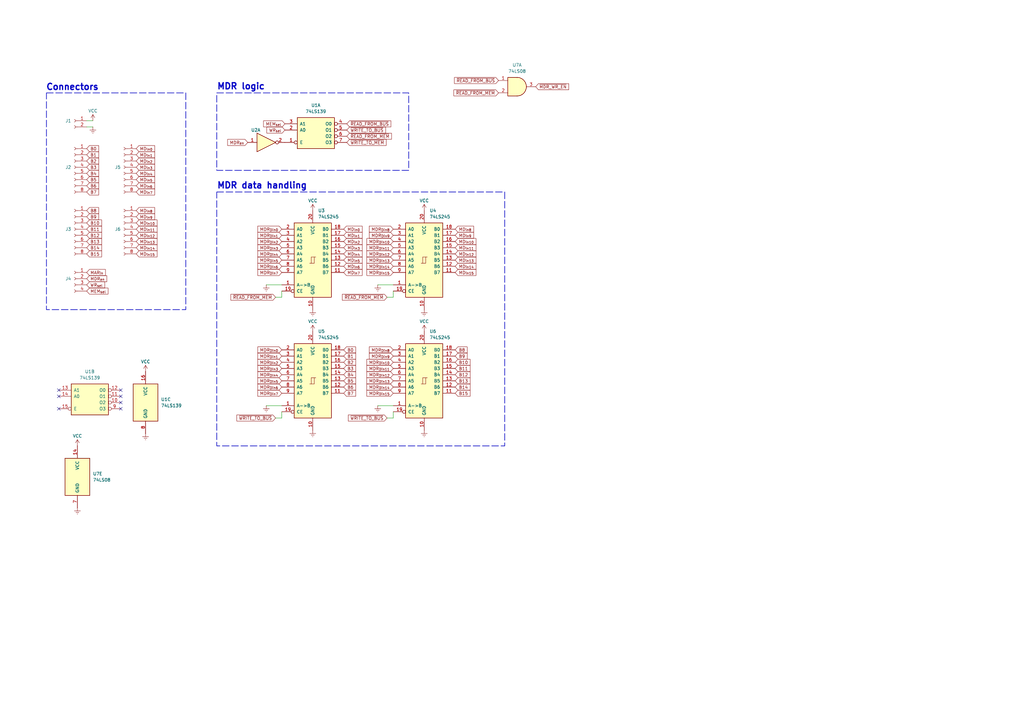
<source format=kicad_sch>
(kicad_sch (version 20231120) (generator "eeschema") (generator_version "8.0")
  (paper "A3")
  (lib_symbols
    (symbol "74xx:74LS04"
      (property "Reference" "U" (at 0 1.27 0))
      (property "Value" "74LS04" (at 0 -1.27 0))
      (symbol "74LS04_1_0"
        (polyline (pts (xy -3.81 3.81) (xy -3.81 -3.81) (xy 3.81 0) (xy -3.81 3.81)) (stroke (width 0.254)) (fill (type background)))
        (pin input line (at -7.62 0 0) (length 3.81) (name "~") (number "1"))
        (pin output inverted (at 7.62 0 180) (length 3.81) (name "~") (number "2"))
      )
      (symbol "74LS04_2_0"
        (polyline (pts (xy -3.81 3.81) (xy -3.81 -3.81) (xy 3.81 0) (xy -3.81 3.81)) (stroke (width 0.254)) (fill (type background)))
        (pin input line (at -7.62 0 0) (length 3.81) (name "~") (number "3"))
        (pin output inverted (at 7.62 0 180) (length 3.81) (name "~") (number "4"))
      )
      (symbol "74LS04_3_0"
        (polyline (pts (xy -3.81 3.81) (xy -3.81 -3.81) (xy 3.81 0) (xy -3.81 3.81)) (stroke (width 0.254)) (fill (type background)))
        (pin input line (at -7.62 0 0) (length 3.81) (name "~") (number "5"))
        (pin output inverted (at 7.62 0 180) (length 3.81) (name "~") (number "6"))
      )
      (symbol "74LS04_4_0"
        (polyline (pts (xy -3.81 3.81) (xy -3.81 -3.81) (xy 3.81 0) (xy -3.81 3.81)) (stroke (width 0.254)) (fill (type background)))
        (pin output inverted (at 7.62 0 180) (length 3.81) (name "~") (number "8"))
        (pin input line (at -7.62 0 0) (length 3.81) (name "~") (number "9"))
      )
      (symbol "74LS04_5_0"
        (polyline (pts (xy -3.81 3.81) (xy -3.81 -3.81) (xy 3.81 0) (xy -3.81 3.81)) (stroke (width 0.254)) (fill (type background)))
        (pin output inverted (at 7.62 0 180) (length 3.81) (name "~") (number "10"))
        (pin input line (at -7.62 0 0) (length 3.81) (name "~") (number "11"))
      )
      (symbol "74LS04_6_0"
        (polyline (pts (xy -3.81 3.81) (xy -3.81 -3.81) (xy 3.81 0) (xy -3.81 3.81)) (stroke (width 0.254)) (fill (type background)))
        (pin output inverted (at 7.62 0 180) (length 3.81) (name "~") (number "12"))
        (pin input line (at -7.62 0 0) (length 3.81) (name "~") (number "13"))
      )
      (symbol "74LS04_7_0"
        (pin power_in line (at 0 12.7 270) (length 5.08) (name "VCC") (number "14"))
        (pin power_in line (at 0 -12.7 90) (length 5.08) (name "GND") (number "7"))
      )
      (symbol "74LS04_7_1"
        (rectangle (start -5.08 7.62) (end 5.08 -7.62) (stroke (width 0.254)) (fill (type background)))
      )
    )
    (symbol "74xx:74LS08" (pin_names (offset 1.016))
      (property "Reference" "U" (at 0 1.27 0))
      (property "Value" "74LS08" (at 0 -1.27 0))
      (symbol "74LS08_1_1"
        (arc (start 0 -3.81) (mid 3.7934 0) (end 0 3.81) (stroke (width 0.254)) (fill (type background)))
        (polyline (pts (xy 0 3.81) (xy -3.81 3.81) (xy -3.81 -3.81) (xy 0 -3.81)) (stroke (width 0.254)) (fill (type background)))
        (pin input line (at -7.62 2.54 0) (length 3.81) (name "~") (number "1"))
        (pin input line (at -7.62 -2.54 0) (length 3.81) (name "~") (number "2"))
        (pin output line (at 7.62 0 180) (length 3.81) (name "~") (number "3"))
      )
      (symbol "74LS08_1_2"
        (arc (start -3.81 -3.81) (mid -2.589 0) (end -3.81 3.81) (stroke (width 0.254)))
        (arc (start -0.6096 -3.81) (mid 2.1842 -2.5851) (end 3.81 0) (stroke (width 0.254)) (fill (type background)))
        (polyline (pts (xy -3.81 -3.81) (xy -0.635 -3.81)) (stroke (width 0.254)) (fill (type background)))
        (polyline (pts (xy -3.81 3.81) (xy -0.635 3.81)) (stroke (width 0.254)) (fill (type background)))
        (polyline (pts (xy -0.635 3.81) (xy -3.81 3.81) (xy -3.81 3.81) (xy -3.556 3.4036) (xy -3.0226 2.2606) (xy -2.6924 1.0414) (xy -2.6162 -0.254) (xy -2.7686 -1.4986) (xy -3.175 -2.7178) (xy -3.81 -3.81) (xy -3.81 -3.81) (xy -0.635 -3.81)) (stroke (width -25.4)) (fill (type background)))
        (arc (start 3.81 0) (mid 2.1915 2.5936) (end -0.6096 3.81) (stroke (width 0.254)) (fill (type background)))
        (pin input inverted (at -7.62 2.54 0) (length 4.318) (name "~") (number "1"))
        (pin input inverted (at -7.62 -2.54 0) (length 4.318) (name "~") (number "2"))
        (pin output inverted (at 7.62 0 180) (length 3.81) (name "~") (number "3"))
      )
      (symbol "74LS08_2_1"
        (arc (start 0 -3.81) (mid 3.7934 0) (end 0 3.81) (stroke (width 0.254)) (fill (type background)))
        (polyline (pts (xy 0 3.81) (xy -3.81 3.81) (xy -3.81 -3.81) (xy 0 -3.81)) (stroke (width 0.254)) (fill (type background)))
        (pin input line (at -7.62 2.54 0) (length 3.81) (name "~") (number "4"))
        (pin input line (at -7.62 -2.54 0) (length 3.81) (name "~") (number "5"))
        (pin output line (at 7.62 0 180) (length 3.81) (name "~") (number "6"))
      )
      (symbol "74LS08_2_2"
        (arc (start -3.81 -3.81) (mid -2.589 0) (end -3.81 3.81) (stroke (width 0.254)))
        (arc (start -0.6096 -3.81) (mid 2.1842 -2.5851) (end 3.81 0) (stroke (width 0.254)) (fill (type background)))
        (polyline (pts (xy -3.81 -3.81) (xy -0.635 -3.81)) (stroke (width 0.254)) (fill (type background)))
        (polyline (pts (xy -3.81 3.81) (xy -0.635 3.81)) (stroke (width 0.254)) (fill (type background)))
        (polyline (pts (xy -0.635 3.81) (xy -3.81 3.81) (xy -3.81 3.81) (xy -3.556 3.4036) (xy -3.0226 2.2606) (xy -2.6924 1.0414) (xy -2.6162 -0.254) (xy -2.7686 -1.4986) (xy -3.175 -2.7178) (xy -3.81 -3.81) (xy -3.81 -3.81) (xy -0.635 -3.81)) (stroke (width -25.4)) (fill (type background)))
        (arc (start 3.81 0) (mid 2.1915 2.5936) (end -0.6096 3.81) (stroke (width 0.254)) (fill (type background)))
        (pin input inverted (at -7.62 2.54 0) (length 4.318) (name "~") (number "4"))
        (pin input inverted (at -7.62 -2.54 0) (length 4.318) (name "~") (number "5"))
        (pin output inverted (at 7.62 0 180) (length 3.81) (name "~") (number "6"))
      )
      (symbol "74LS08_3_1"
        (arc (start 0 -3.81) (mid 3.7934 0) (end 0 3.81) (stroke (width 0.254)) (fill (type background)))
        (polyline (pts (xy 0 3.81) (xy -3.81 3.81) (xy -3.81 -3.81) (xy 0 -3.81)) (stroke (width 0.254)) (fill (type background)))
        (pin input line (at -7.62 -2.54 0) (length 3.81) (name "~") (number "10"))
        (pin output line (at 7.62 0 180) (length 3.81) (name "~") (number "8"))
        (pin input line (at -7.62 2.54 0) (length 3.81) (name "~") (number "9"))
      )
      (symbol "74LS08_3_2"
        (arc (start -3.81 -3.81) (mid -2.589 0) (end -3.81 3.81) (stroke (width 0.254)))
        (arc (start -0.6096 -3.81) (mid 2.1842 -2.5851) (end 3.81 0) (stroke (width 0.254)) (fill (type background)))
        (polyline (pts (xy -3.81 -3.81) (xy -0.635 -3.81)) (stroke (width 0.254)) (fill (type background)))
        (polyline (pts (xy -3.81 3.81) (xy -0.635 3.81)) (stroke (width 0.254)) (fill (type background)))
        (polyline (pts (xy -0.635 3.81) (xy -3.81 3.81) (xy -3.81 3.81) (xy -3.556 3.4036) (xy -3.0226 2.2606) (xy -2.6924 1.0414) (xy -2.6162 -0.254) (xy -2.7686 -1.4986) (xy -3.175 -2.7178) (xy -3.81 -3.81) (xy -3.81 -3.81) (xy -0.635 -3.81)) (stroke (width -25.4)) (fill (type background)))
        (arc (start 3.81 0) (mid 2.1915 2.5936) (end -0.6096 3.81) (stroke (width 0.254)) (fill (type background)))
        (pin input inverted (at -7.62 -2.54 0) (length 4.318) (name "~") (number "10"))
        (pin output inverted (at 7.62 0 180) (length 3.81) (name "~") (number "8"))
        (pin input inverted (at -7.62 2.54 0) (length 4.318) (name "~") (number "9"))
      )
      (symbol "74LS08_4_1"
        (arc (start 0 -3.81) (mid 3.7934 0) (end 0 3.81) (stroke (width 0.254)) (fill (type background)))
        (polyline (pts (xy 0 3.81) (xy -3.81 3.81) (xy -3.81 -3.81) (xy 0 -3.81)) (stroke (width 0.254)) (fill (type background)))
        (pin output line (at 7.62 0 180) (length 3.81) (name "~") (number "11"))
        (pin input line (at -7.62 2.54 0) (length 3.81) (name "~") (number "12"))
        (pin input line (at -7.62 -2.54 0) (length 3.81) (name "~") (number "13"))
      )
      (symbol "74LS08_4_2"
        (arc (start -3.81 -3.81) (mid -2.589 0) (end -3.81 3.81) (stroke (width 0.254)))
        (arc (start -0.6096 -3.81) (mid 2.1842 -2.5851) (end 3.81 0) (stroke (width 0.254)) (fill (type background)))
        (polyline (pts (xy -3.81 -3.81) (xy -0.635 -3.81)) (stroke (width 0.254)) (fill (type background)))
        (polyline (pts (xy -3.81 3.81) (xy -0.635 3.81)) (stroke (width 0.254)) (fill (type background)))
        (polyline (pts (xy -0.635 3.81) (xy -3.81 3.81) (xy -3.81 3.81) (xy -3.556 3.4036) (xy -3.0226 2.2606) (xy -2.6924 1.0414) (xy -2.6162 -0.254) (xy -2.7686 -1.4986) (xy -3.175 -2.7178) (xy -3.81 -3.81) (xy -3.81 -3.81) (xy -0.635 -3.81)) (stroke (width -25.4)) (fill (type background)))
        (arc (start 3.81 0) (mid 2.1915 2.5936) (end -0.6096 3.81) (stroke (width 0.254)) (fill (type background)))
        (pin output inverted (at 7.62 0 180) (length 3.81) (name "~") (number "11"))
        (pin input inverted (at -7.62 2.54 0) (length 4.318) (name "~") (number "12"))
        (pin input inverted (at -7.62 -2.54 0) (length 4.318) (name "~") (number "13"))
      )
      (symbol "74LS08_5_0"
        (pin power_in line (at 0 12.7 270) (length 5.08) (name "VCC") (number "14"))
        (pin power_in line (at 0 -12.7 90) (length 5.08) (name "GND") (number "7"))
      )
      (symbol "74LS08_5_1"
        (rectangle (start -5.08 7.62) (end 5.08 -7.62) (stroke (width 0.254)) (fill (type background)))
      )
    )
    (symbol "74xx:74LS139" (pin_names (offset 1.016))
      (property "Reference" "U" (at -7.62 8.89 0))
      (property "Value" "74LS139" (at -7.62 -8.89 0))
      (symbol "74LS139_1_0"
        (pin input inverted (at -12.7 -5.08 0) (length 5.08) (name "E") (number "1"))
        (pin input line (at -12.7 0 0) (length 5.08) (name "A0") (number "2"))
        (pin input line (at -12.7 2.54 0) (length 5.08) (name "A1") (number "3"))
        (pin output inverted (at 12.7 2.54 180) (length 5.08) (name "O0") (number "4"))
        (pin output inverted (at 12.7 0 180) (length 5.08) (name "O1") (number "5"))
        (pin output inverted (at 12.7 -2.54 180) (length 5.08) (name "O2") (number "6"))
        (pin output inverted (at 12.7 -5.08 180) (length 5.08) (name "O3") (number "7"))
      )
      (symbol "74LS139_1_1"
        (rectangle (start -7.62 5.08) (end 7.62 -7.62) (stroke (width 0.254)) (fill (type background)))
      )
      (symbol "74LS139_2_0"
        (pin output inverted (at 12.7 -2.54 180) (length 5.08) (name "O2") (number "10"))
        (pin output inverted (at 12.7 0 180) (length 5.08) (name "O1") (number "11"))
        (pin output inverted (at 12.7 2.54 180) (length 5.08) (name "O0") (number "12"))
        (pin input line (at -12.7 2.54 0) (length 5.08) (name "A1") (number "13"))
        (pin input line (at -12.7 0 0) (length 5.08) (name "A0") (number "14"))
        (pin input inverted (at -12.7 -5.08 0) (length 5.08) (name "E") (number "15"))
        (pin output inverted (at 12.7 -5.08 180) (length 5.08) (name "O3") (number "9"))
      )
      (symbol "74LS139_2_1"
        (rectangle (start -7.62 5.08) (end 7.62 -7.62) (stroke (width 0.254)) (fill (type background)))
      )
      (symbol "74LS139_3_0"
        (pin power_in line (at 0 12.7 270) (length 5.08) (name "VCC") (number "16"))
        (pin power_in line (at 0 -12.7 90) (length 5.08) (name "GND") (number "8"))
      )
      (symbol "74LS139_3_1"
        (rectangle (start -5.08 7.62) (end 5.08 -7.62) (stroke (width 0.254)) (fill (type background)))
      )
    )
    (symbol "74xx:74LS245" (pin_names (offset 1.016))
      (property "Reference" "U" (at -7.62 16.51 0))
      (property "Value" "74LS245" (at -7.62 -16.51 0))
      (symbol "74LS245_1_0"
        (polyline (pts (xy -0.635 -1.27) (xy -0.635 1.27) (xy 0.635 1.27)))
        (polyline (pts (xy -1.27 -1.27) (xy 0.635 -1.27) (xy 0.635 1.27) (xy 1.27 1.27)))
        (pin input line (at -12.7 -10.16 0) (length 5.08) (name "A->B") (number "1"))
        (pin power_in line (at 0 -20.32 90) (length 5.08) (name "GND") (number "10"))
        (pin tri_state line (at 12.7 -5.08 180) (length 5.08) (name "B7") (number "11"))
        (pin tri_state line (at 12.7 -2.54 180) (length 5.08) (name "B6") (number "12"))
        (pin tri_state line (at 12.7 0 180) (length 5.08) (name "B5") (number "13"))
        (pin tri_state line (at 12.7 2.54 180) (length 5.08) (name "B4") (number "14"))
        (pin tri_state line (at 12.7 5.08 180) (length 5.08) (name "B3") (number "15"))
        (pin tri_state line (at 12.7 7.62 180) (length 5.08) (name "B2") (number "16"))
        (pin tri_state line (at 12.7 10.16 180) (length 5.08) (name "B1") (number "17"))
        (pin tri_state line (at 12.7 12.7 180) (length 5.08) (name "B0") (number "18"))
        (pin input inverted (at -12.7 -12.7 0) (length 5.08) (name "CE") (number "19"))
        (pin tri_state line (at -12.7 12.7 0) (length 5.08) (name "A0") (number "2"))
        (pin power_in line (at 0 20.32 270) (length 5.08) (name "VCC") (number "20"))
        (pin tri_state line (at -12.7 10.16 0) (length 5.08) (name "A1") (number "3"))
        (pin tri_state line (at -12.7 7.62 0) (length 5.08) (name "A2") (number "4"))
        (pin tri_state line (at -12.7 5.08 0) (length 5.08) (name "A3") (number "5"))
        (pin tri_state line (at -12.7 2.54 0) (length 5.08) (name "A4") (number "6"))
        (pin tri_state line (at -12.7 0 0) (length 5.08) (name "A5") (number "7"))
        (pin tri_state line (at -12.7 -2.54 0) (length 5.08) (name "A6") (number "8"))
        (pin tri_state line (at -12.7 -5.08 0) (length 5.08) (name "A7") (number "9"))
      )
      (symbol "74LS245_1_1"
        (rectangle (start -7.62 15.24) (end 7.62 -15.24) (stroke (width 0.254)) (fill (type background)))
      )
    )
    (symbol "Connector:Conn_01x02_Socket" (pin_names (offset 1.016) hide)
      (property "Reference" "J" (at 0 2.54 0))
      (property "Value" "Conn_01x02_Socket" (at 0 -5.08 0))
      (symbol "Conn_01x02_Socket_1_1"
        (arc (start 0 -2.032) (mid -0.5058 -2.54) (end 0 -3.048) (stroke (width 0.1524)))
        (polyline (pts (xy -1.27 -2.54) (xy -0.508 -2.54)) (stroke (width 0.1524)))
        (polyline (pts (xy -1.27 0) (xy -0.508 0)) (stroke (width 0.1524)))
        (arc (start 0 0.508) (mid -0.5058 0) (end 0 -0.508) (stroke (width 0.1524)))
        (pin passive line (at -5.08 0 0) (length 3.81) (name "Pin_1") (number "1"))
        (pin passive line (at -5.08 -2.54 0) (length 3.81) (name "Pin_2") (number "2"))
      )
    )
    (symbol "Connector:Conn_01x04_Socket" (pin_names (offset 1.016) hide)
      (property "Reference" "J" (at 0 5.08 0))
      (property "Value" "Conn_01x04_Socket" (at 0 -7.62 0))
      (symbol "Conn_01x04_Socket_1_1"
        (arc (start 0 -4.572) (mid -0.5058 -5.08) (end 0 -5.588) (stroke (width 0.1524)))
        (arc (start 0 -2.032) (mid -0.5058 -2.54) (end 0 -3.048) (stroke (width 0.1524)))
        (polyline (pts (xy -1.27 -5.08) (xy -0.508 -5.08)) (stroke (width 0.1524)))
        (polyline (pts (xy -1.27 -2.54) (xy -0.508 -2.54)) (stroke (width 0.1524)))
        (polyline (pts (xy -1.27 0) (xy -0.508 0)) (stroke (width 0.1524)))
        (polyline (pts (xy -1.27 2.54) (xy -0.508 2.54)) (stroke (width 0.1524)))
        (arc (start 0 0.508) (mid -0.5058 0) (end 0 -0.508) (stroke (width 0.1524)))
        (arc (start 0 3.048) (mid -0.5058 2.54) (end 0 2.032) (stroke (width 0.1524)))
        (pin passive line (at -5.08 2.54 0) (length 3.81) (name "Pin_1") (number "1"))
        (pin passive line (at -5.08 0 0) (length 3.81) (name "Pin_2") (number "2"))
        (pin passive line (at -5.08 -2.54 0) (length 3.81) (name "Pin_3") (number "3"))
        (pin passive line (at -5.08 -5.08 0) (length 3.81) (name "Pin_4") (number "4"))
      )
    )
    (symbol "Connector:Conn_01x08_Socket" (pin_names (offset 1.016) hide)
      (property "Reference" "J" (at 0 10.16 0))
      (property "Value" "Conn_01x08_Socket" (at 0 -12.7 0))
      (symbol "Conn_01x08_Socket_1_1"
        (arc (start 0 -9.652) (mid -0.5058 -10.16) (end 0 -10.668) (stroke (width 0.1524)))
        (arc (start 0 -7.112) (mid -0.5058 -7.62) (end 0 -8.128) (stroke (width 0.1524)))
        (arc (start 0 -4.572) (mid -0.5058 -5.08) (end 0 -5.588) (stroke (width 0.1524)))
        (arc (start 0 -2.032) (mid -0.5058 -2.54) (end 0 -3.048) (stroke (width 0.1524)))
        (polyline (pts (xy -1.27 -10.16) (xy -0.508 -10.16)) (stroke (width 0.1524)))
        (polyline (pts (xy -1.27 -7.62) (xy -0.508 -7.62)) (stroke (width 0.1524)))
        (polyline (pts (xy -1.27 -5.08) (xy -0.508 -5.08)) (stroke (width 0.1524)))
        (polyline (pts (xy -1.27 -2.54) (xy -0.508 -2.54)) (stroke (width 0.1524)))
        (polyline (pts (xy -1.27 0) (xy -0.508 0)) (stroke (width 0.1524)))
        (polyline (pts (xy -1.27 2.54) (xy -0.508 2.54)) (stroke (width 0.1524)))
        (polyline (pts (xy -1.27 5.08) (xy -0.508 5.08)) (stroke (width 0.1524)))
        (polyline (pts (xy -1.27 7.62) (xy -0.508 7.62)) (stroke (width 0.1524)))
        (arc (start 0 0.508) (mid -0.5058 0) (end 0 -0.508) (stroke (width 0.1524)))
        (arc (start 0 3.048) (mid -0.5058 2.54) (end 0 2.032) (stroke (width 0.1524)))
        (arc (start 0 5.588) (mid -0.5058 5.08) (end 0 4.572) (stroke (width 0.1524)))
        (arc (start 0 8.128) (mid -0.5058 7.62) (end 0 7.112) (stroke (width 0.1524)))
        (pin passive line (at -5.08 7.62 0) (length 3.81) (name "Pin_1") (number "1"))
        (pin passive line (at -5.08 5.08 0) (length 3.81) (name "Pin_2") (number "2"))
        (pin passive line (at -5.08 2.54 0) (length 3.81) (name "Pin_3") (number "3"))
        (pin passive line (at -5.08 0 0) (length 3.81) (name "Pin_4") (number "4"))
        (pin passive line (at -5.08 -2.54 0) (length 3.81) (name "Pin_5") (number "5"))
        (pin passive line (at -5.08 -5.08 0) (length 3.81) (name "Pin_6") (number "6"))
        (pin passive line (at -5.08 -7.62 0) (length 3.81) (name "Pin_7") (number "7"))
        (pin passive line (at -5.08 -10.16 0) (length 3.81) (name "Pin_8") (number "8"))
      )
    )
    (symbol "power:Earth" (power) (pin_numbers hide) (pin_names (offset 0) hide)
      (property "Value" "Earth" (at 0 -3.81 0))
      (symbol "Earth_0_1"
        (polyline (pts (xy -0.635 -1.905) (xy 0.635 -1.905)))
        (polyline (pts (xy -0.127 -2.54) (xy 0.127 -2.54)))
        (polyline (pts (xy 0 -1.27) (xy 0 0)))
        (polyline (pts (xy 1.27 -1.27) (xy -1.27 -1.27)))
      )
      (symbol "Earth_1_1"
        (pin power_in line (at 0 0 270) (length 0) (name "~") (number "1"))
      )
    )
    (symbol "power:VCC" (power) (pin_numbers hide) (pin_names (offset 0) hide)
      (property "Value" "VCC" (at 0 3.556 0))
      (symbol "VCC_0_1"
        (polyline (pts (xy -0.762 1.27) (xy 0 2.54)))
        (polyline (pts (xy 0 0) (xy 0 2.54)))
        (polyline (pts (xy 0 2.54) (xy 0.762 1.27)))
      )
      (symbol "VCC_1_1"
        (pin power_in line (at 0 0 90) (length 0) (name "~") (number "1"))
      )
    )
  )
  (no_connect (at 49.53 160.02))
  (no_connect (at 49.53 165.1))
  (no_connect (at 24.13 160.02))
  (no_connect (at 24.13 167.64))
  (no_connect (at 49.53 167.64))
  (no_connect (at 24.13 162.56))
  (no_connect (at 49.53 162.56))
  (wire (pts (xy 109.22 166.37) (xy 115.57 166.37)))
  (wire (pts (xy 161.29 121.92) (xy 161.29 119.38)))
  (wire (pts (xy 154.94 166.37) (xy 161.29 166.37)))
  (wire (pts (xy 158.75 171.45) (xy 161.29 171.45)))
  (wire (pts (xy 113.03 121.92) (xy 115.57 121.92)))
  (wire (pts (xy 161.29 171.45) (xy 161.29 168.91)))
  (wire (pts (xy 38.1 49.53) (xy 35.56 49.53)))
  (wire (pts (xy 115.57 121.92) (xy 115.57 119.38)))
  (wire (pts (xy 109.22 116.84) (xy 115.57 116.84)))
  (wire (pts (xy 115.57 171.45) (xy 115.57 168.91)))
  (wire (pts (xy 113.03 171.45) (xy 115.57 171.45)))
  (wire (pts (xy 38.1 52.07) (xy 35.56 52.07)))
  (wire (pts (xy 154.94 116.84) (xy 161.29 116.84)))
  (wire (pts (xy 158.75 121.92) (xy 161.29 121.92)))
  (rectangle (start 88.9 38.1) (end 167.64 69.85) (stroke (width 0.254) (type dash)))
  (rectangle (start 88.9 78.74) (end 207.01 182.88) (stroke (width 0.254) (type dash)))
  (rectangle (start 19.05 38.1) (end 76.2 127) (stroke (width 0.254) (type dash)))
  (text "Connectors\n" (at 18.796 35.814 0) (effects (font (size 2.54 2.54) (thickness 0.508) (bold yes)) (justify left)))
  (text "MDR logic" (at 88.9 35.56 0) (effects (font (size 2.54 2.54) (thickness 0.508) (bold yes)) (justify left)))
  (text "MDR data handling" (at 88.9 76.2 0) (effects (font (size 2.54 2.54) (thickness 0.508) (bold yes)) (justify left)))
  (global_label "MD_{in1}" (shape input) (at 140.97 96.52 0) (property "Intersheetrefs" "${INTERSHEET_REFS}" (effects (hide yes))))
  (global_label "MD_{in8}" (shape input) (at 186.69 93.98 0) (property "Intersheetrefs" "${INTERSHEET_REFS}" (effects (hide yes))))
  (global_label "B9" (shape input) (at 186.69 146.05 0) (property "Intersheetrefs" "${INTERSHEET_REFS}" (effects (hide yes))))
  (global_label "MD_{in5}" (shape input) (at 55.88 73.66 0) (property "Intersheetrefs" "${INTERSHEET_REFS}" (effects (hide yes))))
  (global_label "MDR_{Din13}" (shape input) (at 161.29 156.21 180) (property "Intersheetrefs" "${INTERSHEET_REFS}" (effects (hide yes))))
  (global_label "MD_{in12}" (shape input) (at 186.69 104.14 0) (property "Intersheetrefs" "${INTERSHEET_REFS}" (effects (hide yes))))
  (global_label "B7" (shape input) (at 140.97 161.29 0) (property "Intersheetrefs" "${INTERSHEET_REFS}" (effects (hide yes))))
  (global_label "B11" (shape input) (at 186.69 151.13 0) (property "Intersheetrefs" "${INTERSHEET_REFS}" (effects (hide yes))))
  (global_label "MDR_{Din7}" (shape input) (at 115.57 111.76 180) (property "Intersheetrefs" "${INTERSHEET_REFS}" (effects (hide yes))))
  (global_label "MD_{in12}" (shape input) (at 55.88 96.52 0) (property "Intersheetrefs" "${INTERSHEET_REFS}" (effects (hide yes))))
  (global_label "MDR_{Din5}" (shape input) (at 115.57 106.68 180) (property "Intersheetrefs" "${INTERSHEET_REFS}" (effects (hide yes))))
  (global_label "B1" (shape input) (at 140.97 146.05 0) (property "Intersheetrefs" "${INTERSHEET_REFS}" (effects (hide yes))))
  (global_label "MDR_{Din1}" (shape input) (at 115.57 146.05 180) (property "Intersheetrefs" "${INTERSHEET_REFS}" (effects (hide yes))))
  (global_label "MD_{in3}" (shape input) (at 140.97 101.6 0) (property "Intersheetrefs" "${INTERSHEET_REFS}" (effects (hide yes))))
  (global_label "MD_{in13}" (shape input) (at 55.88 99.06 0) (property "Intersheetrefs" "${INTERSHEET_REFS}" (effects (hide yes))))
  (global_label "B5" (shape input) (at 140.97 156.21 0) (property "Intersheetrefs" "${INTERSHEET_REFS}" (effects (hide yes))))
  (global_label "B14" (shape input) (at 35.56 101.6 0) (property "Intersheetrefs" "${INTERSHEET_REFS}" (effects (hide yes))))
  (global_label "~{READ_FROM_MEM}" (shape input) (at 113.03 121.92 180) (property "Intersheetrefs" "${INTERSHEET_REFS}" (effects (hide yes))))
  (global_label "MD_{in0}" (shape input) (at 55.88 60.96 0) (property "Intersheetrefs" "${INTERSHEET_REFS}" (effects (hide yes))))
  (global_label "MD_{in2}" (shape input) (at 55.88 66.04 0) (property "Intersheetrefs" "${INTERSHEET_REFS}" (effects (hide yes))))
  (global_label "B10" (shape input) (at 35.56 91.44 0) (property "Intersheetrefs" "${INTERSHEET_REFS}" (effects (hide yes))))
  (global_label "MD_{in14}" (shape input) (at 55.88 101.6 0) (property "Intersheetrefs" "${INTERSHEET_REFS}" (effects (hide yes))))
  (global_label "MEM_{sel}" (shape input) (at 35.56 119.38 0) (property "Intersheetrefs" "${INTERSHEET_REFS}" (effects (hide yes))))
  (global_label "MDR_{Din2}" (shape input) (at 115.57 99.06 180) (property "Intersheetrefs" "${INTERSHEET_REFS}" (effects (hide yes))))
  (global_label "MDR_{Din12}" (shape input) (at 161.29 104.14 180) (property "Intersheetrefs" "${INTERSHEET_REFS}" (effects (hide yes))))
  (global_label "MDR_{Din13}" (shape input) (at 161.29 106.68 180) (property "Intersheetrefs" "${INTERSHEET_REFS}" (effects (hide yes))))
  (global_label "MDR_{Din6}" (shape input) (at 115.57 158.75 180) (property "Intersheetrefs" "${INTERSHEET_REFS}" (effects (hide yes))))
  (global_label "B2" (shape input) (at 140.97 148.59 0) (property "Intersheetrefs" "${INTERSHEET_REFS}" (effects (hide yes))))
  (global_label "B14" (shape input) (at 186.69 158.75 0) (property "Intersheetrefs" "${INTERSHEET_REFS}" (effects (hide yes))))
  (global_label "B13" (shape input) (at 35.56 99.06 0) (property "Intersheetrefs" "${INTERSHEET_REFS}" (effects (hide yes))))
  (global_label "B15" (shape input) (at 186.69 161.29 0) (property "Intersheetrefs" "${INTERSHEET_REFS}" (effects (hide yes))))
  (global_label "MDR_{Din11}" (shape input) (at 161.29 101.6 180) (property "Intersheetrefs" "${INTERSHEET_REFS}" (effects (hide yes))))
  (global_label "MDR_{Din15}" (shape input) (at 161.29 161.29 180) (property "Intersheetrefs" "${INTERSHEET_REFS}" (effects (hide yes))))
  (global_label "MDR_{Din12}" (shape input) (at 161.29 153.67 180) (property "Intersheetrefs" "${INTERSHEET_REFS}" (effects (hide yes))))
  (global_label "~{MDR_WR_EN}" (shape input) (at 219.71 35.56 0) (property "Intersheetrefs" "${INTERSHEET_REFS}" (effects (hide yes))))
  (global_label "MDR_{Din2}" (shape input) (at 115.57 148.59 180) (property "Intersheetrefs" "${INTERSHEET_REFS}" (effects (hide yes))))
  (global_label "B2" (shape input) (at 35.56 66.04 0) (property "Intersheetrefs" "${INTERSHEET_REFS}" (effects (hide yes))))
  (global_label "~{READ_FROM_MEM}" (shape input) (at 158.75 121.92 180) (property "Intersheetrefs" "${INTERSHEET_REFS}" (effects (hide yes))))
  (global_label "MEM_{sel}" (shape input) (at 116.84 50.8 180) (property "Intersheetrefs" "${INTERSHEET_REFS}" (effects (hide yes))))
  (global_label "MD_{in14}" (shape input) (at 186.69 109.22 0) (property "Intersheetrefs" "${INTERSHEET_REFS}" (effects (hide yes))))
  (global_label "B9" (shape input) (at 35.56 88.9 0) (property "Intersheetrefs" "${INTERSHEET_REFS}" (effects (hide yes))))
  (global_label "WR_{sel}" (shape input) (at 116.84 53.34 180) (property "Intersheetrefs" "${INTERSHEET_REFS}" (effects (hide yes))))
  (global_label "MDR_{Din4}" (shape input) (at 115.57 153.67 180) (property "Intersheetrefs" "${INTERSHEET_REFS}" (effects (hide yes))))
  (global_label "MD_{in6}" (shape input) (at 55.88 76.2 0) (property "Intersheetrefs" "${INTERSHEET_REFS}" (effects (hide yes))))
  (global_label "MD_{in7}" (shape input) (at 140.97 111.76 0) (property "Intersheetrefs" "${INTERSHEET_REFS}" (effects (hide yes))))
  (global_label "MD_{in6}" (shape input) (at 140.97 109.22 0) (property "Intersheetrefs" "${INTERSHEET_REFS}" (effects (hide yes))))
  (global_label "B13" (shape input) (at 186.69 156.21 0) (property "Intersheetrefs" "${INTERSHEET_REFS}" (effects (hide yes))))
  (global_label "MDR_{Din8}" (shape input) (at 161.29 93.98 180) (property "Intersheetrefs" "${INTERSHEET_REFS}" (effects (hide yes))))
  (global_label "MD_{in3}" (shape input) (at 55.88 68.58 0) (property "Intersheetrefs" "${INTERSHEET_REFS}" (effects (hide yes))))
  (global_label "B10" (shape input) (at 186.69 148.59 0) (property "Intersheetrefs" "${INTERSHEET_REFS}" (effects (hide yes))))
  (global_label "~{READ_FROM_BUS}" (shape input) (at 142.24 50.8 0) (property "Intersheetrefs" "${INTERSHEET_REFS}" (effects (hide yes))))
  (global_label "MDR_{Din3}" (shape input) (at 115.57 151.13 180) (property "Intersheetrefs" "${INTERSHEET_REFS}" (effects (hide yes))))
  (global_label "B1" (shape input) (at 35.56 63.5 0) (property "Intersheetrefs" "${INTERSHEET_REFS}" (effects (hide yes))))
  (global_label "B3" (shape input) (at 35.56 68.58 0) (property "Intersheetrefs" "${INTERSHEET_REFS}" (effects (hide yes))))
  (global_label "B4" (shape input) (at 140.97 153.67 0) (property "Intersheetrefs" "${INTERSHEET_REFS}" (effects (hide yes))))
  (global_label "MDR_{Din10}" (shape input) (at 161.29 99.06 180) (property "Intersheetrefs" "${INTERSHEET_REFS}" (effects (hide yes))))
  (global_label "B4" (shape input) (at 35.56 71.12 0) (property "Intersheetrefs" "${INTERSHEET_REFS}" (effects (hide yes))))
  (global_label "MD_{in4}" (shape input) (at 140.97 104.14 0) (property "Intersheetrefs" "${INTERSHEET_REFS}" (effects (hide yes))))
  (global_label "MDR_{Din11}" (shape input) (at 161.29 151.13 180) (property "Intersheetrefs" "${INTERSHEET_REFS}" (effects (hide yes))))
  (global_label "MD_{in9}" (shape input) (at 55.88 88.9 0) (property "Intersheetrefs" "${INTERSHEET_REFS}" (effects (hide yes))))
  (global_label "~{WRITE_TO_BUS}" (shape input) (at 158.75 171.45 180) (property "Intersheetrefs" "${INTERSHEET_REFS}" (effects (hide yes))))
  (global_label "MD_{in10}" (shape input) (at 55.88 91.44 0) (property "Intersheetrefs" "${INTERSHEET_REFS}" (effects (hide yes))))
  (global_label "MDR_{Din3}" (shape input) (at 115.57 101.6 180) (property "Intersheetrefs" "${INTERSHEET_REFS}" (effects (hide yes))))
  (global_label "B0" (shape input) (at 35.56 60.96 0) (property "Intersheetrefs" "${INTERSHEET_REFS}" (effects (hide yes))))
  (global_label "MDR_{Din9}" (shape input) (at 161.29 146.05 180) (property "Intersheetrefs" "${INTERSHEET_REFS}" (effects (hide yes))))
  (global_label "MDR_{Din0}" (shape input) (at 115.57 143.51 180) (property "Intersheetrefs" "${INTERSHEET_REFS}" (effects (hide yes))))
  (global_label "MD_{in5}" (shape input) (at 140.97 106.68 0) (property "Intersheetrefs" "${INTERSHEET_REFS}" (effects (hide yes))))
  (global_label "MD_{in11}" (shape input) (at 186.69 101.6 0) (property "Intersheetrefs" "${INTERSHEET_REFS}" (effects (hide yes))))
  (global_label "B5" (shape input) (at 35.56 73.66 0) (property "Intersheetrefs" "${INTERSHEET_REFS}" (effects (hide yes))))
  (global_label "MD_{in10}" (shape input) (at 186.69 99.06 0) (property "Intersheetrefs" "${INTERSHEET_REFS}" (effects (hide yes))))
  (global_label "MDR_{Din5}" (shape input) (at 115.57 156.21 180) (property "Intersheetrefs" "${INTERSHEET_REFS}" (effects (hide yes))))
  (global_label "~{WRITE_TO_BUS}" (shape input) (at 142.24 53.34 0) (property "Intersheetrefs" "${INTERSHEET_REFS}" (effects (hide yes))))
  (global_label "MDR_{Din15}" (shape input) (at 161.29 111.76 180) (property "Intersheetrefs" "${INTERSHEET_REFS}" (effects (hide yes))))
  (global_label "MD_{in1}" (shape input) (at 55.88 63.5 0) (property "Intersheetrefs" "${INTERSHEET_REFS}" (effects (hide yes))))
  (global_label "MD_{in15}" (shape input) (at 186.69 111.76 0) (property "Intersheetrefs" "${INTERSHEET_REFS}" (effects (hide yes))))
  (global_label "MD_{in13}" (shape input) (at 186.69 106.68 0) (property "Intersheetrefs" "${INTERSHEET_REFS}" (effects (hide yes))))
  (global_label "B12" (shape input) (at 35.56 96.52 0) (property "Intersheetrefs" "${INTERSHEET_REFS}" (effects (hide yes))))
  (global_label "MD_{in2}" (shape input) (at 140.97 99.06 0) (property "Intersheetrefs" "${INTERSHEET_REFS}" (effects (hide yes))))
  (global_label "WR_{sel}" (shape input) (at 35.56 116.84 0) (property "Intersheetrefs" "${INTERSHEET_REFS}" (effects (hide yes))))
  (global_label "MDR_{Din6}" (shape input) (at 115.57 109.22 180) (property "Intersheetrefs" "${INTERSHEET_REFS}" (effects (hide yes))))
  (global_label "MDR_{en}" (shape input) (at 101.6 58.42 180) (property "Intersheetrefs" "${INTERSHEET_REFS}" (effects (hide yes))))
  (global_label "B7" (shape input) (at 35.56 78.74 0) (property "Intersheetrefs" "${INTERSHEET_REFS}" (effects (hide yes))))
  (global_label "MDR_{Din10}" (shape input) (at 161.29 148.59 180) (property "Intersheetrefs" "${INTERSHEET_REFS}" (effects (hide yes))))
  (global_label "B12" (shape input) (at 186.69 153.67 0) (property "Intersheetrefs" "${INTERSHEET_REFS}" (effects (hide yes))))
  (global_label "MD_{in11}" (shape input) (at 55.88 93.98 0) (property "Intersheetrefs" "${INTERSHEET_REFS}" (effects (hide yes))))
  (global_label "MD_{in15}" (shape input) (at 55.88 104.14 0) (property "Intersheetrefs" "${INTERSHEET_REFS}" (effects (hide yes))))
  (global_label "B8" (shape input) (at 35.56 86.36 0) (property "Intersheetrefs" "${INTERSHEET_REFS}" (effects (hide yes))))
  (global_label "MD_{in0}" (shape input) (at 140.97 93.98 0) (property "Intersheetrefs" "${INTERSHEET_REFS}" (effects (hide yes))))
  (global_label "MDR_{Din9}" (shape input) (at 161.29 96.52 180) (property "Intersheetrefs" "${INTERSHEET_REFS}" (effects (hide yes))))
  (global_label "B11" (shape input) (at 35.56 93.98 0) (property "Intersheetrefs" "${INTERSHEET_REFS}" (effects (hide yes))))
  (global_label "B6" (shape input) (at 35.56 76.2 0) (property "Intersheetrefs" "${INTERSHEET_REFS}" (effects (hide yes))))
  (global_label "MDR_{Din0}" (shape input) (at 115.57 93.98 180) (property "Intersheetrefs" "${INTERSHEET_REFS}" (effects (hide yes))))
  (global_label "MDR_{Din1}" (shape input) (at 115.57 96.52 180) (property "Intersheetrefs" "${INTERSHEET_REFS}" (effects (hide yes))))
  (global_label "MDR_{Din7}" (shape input) (at 115.57 161.29 180) (property "Intersheetrefs" "${INTERSHEET_REFS}" (effects (hide yes))))
  (global_label "MD_{in4}" (shape input) (at 55.88 71.12 0) (property "Intersheetrefs" "${INTERSHEET_REFS}" (effects (hide yes))))
  (global_label "MAR_{in}" (shape input) (at 35.56 111.76 0) (property "Intersheetrefs" "${INTERSHEET_REFS}" (effects (hide yes))))
  (global_label "~{READ_FROM_BUS}" (shape input) (at 204.47 33.02 180) (property "Intersheetrefs" "${INTERSHEET_REFS}" (effects (hide yes))))
  (global_label "MDR_{Din8}" (shape input) (at 161.29 143.51 180) (property "Intersheetrefs" "${INTERSHEET_REFS}" (effects (hide yes))))
  (global_label "MD_{in8}" (shape input) (at 55.88 86.36 0) (property "Intersheetrefs" "${INTERSHEET_REFS}" (effects (hide yes))))
  (global_label "~{WRITE_TO_MEM}" (shape input) (at 142.24 58.42 0) (property "Intersheetrefs" "${INTERSHEET_REFS}" (effects (hide yes))))
  (global_label "MDR_{Din4}" (shape input) (at 115.57 104.14 180) (property "Intersheetrefs" "${INTERSHEET_REFS}" (effects (hide yes))))
  (global_label "B15" (shape input) (at 35.56 104.14 0) (property "Intersheetrefs" "${INTERSHEET_REFS}" (effects (hide yes))))
  (global_label "B3" (shape input) (at 140.97 151.13 0) (property "Intersheetrefs" "${INTERSHEET_REFS}" (effects (hide yes))))
  (global_label "MDR_{en}" (shape input) (at 35.56 114.3 0) (property "Intersheetrefs" "${INTERSHEET_REFS}" (effects (hide yes))))
  (global_label "B0" (shape input) (at 140.97 143.51 0) (property "Intersheetrefs" "${INTERSHEET_REFS}" (effects (hide yes))))
  (global_label "MDR_{Din14}" (shape input) (at 161.29 158.75 180) (property "Intersheetrefs" "${INTERSHEET_REFS}" (effects (hide yes))))
  (global_label "B8" (shape input) (at 186.69 143.51 0) (property "Intersheetrefs" "${INTERSHEET_REFS}" (effects (hide yes))))
  (global_label "MD_{in7}" (shape input) (at 55.88 78.74 0) (property "Intersheetrefs" "${INTERSHEET_REFS}" (effects (hide yes))))
  (global_label "~{WRITE_TO_BUS}" (shape input) (at 113.03 171.45 180) (property "Intersheetrefs" "${INTERSHEET_REFS}" (effects (hide yes))))
  (global_label "B6" (shape input) (at 140.97 158.75 0) (property "Intersheetrefs" "${INTERSHEET_REFS}" (effects (hide yes))))
  (global_label "~{READ_FROM_MEM}" (shape input) (at 204.47 38.1 180) (property "Intersheetrefs" "${INTERSHEET_REFS}" (effects (hide yes))))
  (global_label "MDR_{Din14}" (shape input) (at 161.29 109.22 180) (property "Intersheetrefs" "${INTERSHEET_REFS}" (effects (hide yes))))
  (global_label "~{READ_FROM_MEM}" (shape input) (at 142.24 55.88 0) (property "Intersheetrefs" "${INTERSHEET_REFS}" (effects (hide yes))))
  (global_label "MD_{in9}" (shape input) (at 186.69 96.52 0) (property "Intersheetrefs" "${INTERSHEET_REFS}" (effects (hide yes))))
  (symbol (lib_id "power:VCC") (at 59.69 152.4 0) (unit 1)
    (property "Reference" "#PWR03" (effects (hide yes)))
    (property "Value" "VCC" (at 59.69 148.336 0))
    (property "Description" "Power symbol creates a global label with name \"VCC\"" (effects (hide yes)))
  )
  (symbol (lib_id "74xx:74LS08") (at 31.75 195.58 0) (unit 5)
    (property "Reference" "U7" (at 38.1 194.3099 0) (effects (justify left)))
    (property "Value" "74LS08" (at 38.1 196.8499 0) (effects (justify left)))
    (property "Footprint" "Package_DIP:DIP-14_W7.62mm_Socket_LongPads" (effects (hide yes)))
    (property "Datasheet" "http://www.ti.com/lit/gpn/sn74LS08" (effects (hide yes)))
    (property "Description" "Quad And2" (effects (hide yes)))
  )
  (symbol (lib_id "74xx:74LS245") (at 128.27 156.21 0) (unit 1)
    (property "Reference" "U5" (at 130.4641 135.89 0) (effects (justify left)))
    (property "Value" "74LS245" (at 130.4641 138.43 0) (effects (justify left)))
    (property "Footprint" "Package_DIP:DIP-20_W7.62mm_Socket_LongPads" (effects (hide yes)))
    (property "Datasheet" "http://www.ti.com/lit/gpn/sn74LS245" (effects (hide yes)))
    (property "Description" "Octal BUS Transceivers, 3-State outputs" (effects (hide yes)))
  )
  (symbol (lib_id "power:Earth") (at 59.69 177.8 0) (unit 1)
    (property "Reference" "#PWR04" (effects (hide yes)))
    (property "Value" "GND" (effects (hide yes)))
    (property "Description" "Power symbol creates a global label with name \"Earth\"" (effects (hide yes)))
  )
  (symbol (lib_id "74xx:74LS04") (at 109.22 58.42 0) (unit 1)
    (property "Reference" "U2" (at 104.902 53.34 0))
    (property "Value" "74LS04" (effects (hide yes)))
    (property "Footprint" "Package_DIP:DIP-14_W7.62mm_Socket_LongPads" (effects (hide yes)))
    (property "Datasheet" "http://www.ti.com/lit/gpn/sn74LS04" (effects (hide yes)))
    (property "Description" "Hex Inverter" (effects (hide yes)))
  )
  (symbol (lib_id "power:Earth") (at 128.27 127 0) (unit 1)
    (property "Reference" "#PWR07" (effects (hide yes)))
    (property "Value" "GND" (effects (hide yes)))
    (property "Description" "Power symbol creates a global label with name \"Earth\"" (effects (hide yes)))
  )
  (symbol (lib_id "power:VCC") (at 128.27 86.36 0) (unit 1)
    (property "Reference" "#PWR05" (effects (hide yes)))
    (property "Value" "VCC" (at 128.27 82.296 0))
    (property "Description" "Power symbol creates a global label with name \"VCC\"" (effects (hide yes)))
  )
  (symbol (lib_id "power:Earth") (at 109.22 116.84 0) (unit 1)
    (property "Reference" "#PWR010" (effects (hide yes)))
    (property "Value" "GND" (effects (hide yes)))
    (property "Description" "Power symbol creates a global label with name \"Earth\"" (effects (hide yes)))
  )
  (symbol (lib_id "74xx:74LS08") (at 212.09 35.56 0) (unit 1)
    (property "Reference" "U7" (at 212.0817 26.67 0))
    (property "Value" "74LS08" (at 212.0817 29.21 0))
    (property "Footprint" "Package_DIP:DIP-14_W7.62mm_Socket" (effects (hide yes)))
    (property "Datasheet" "http://www.ti.com/lit/gpn/sn74LS08" (effects (hide yes)))
    (property "Description" "Quad And2" (effects (hide yes)))
  )
  (symbol (lib_id "Connector:Conn_01x08_Socket") (at 30.48 68.58 0) (mirror y) (unit 1)
    (property "Reference" "J2" (at 29.21 68.5799 0) (effects (justify left)))
    (property "Value" "Conn_01x08_Socket" (effects (hide yes)))
    (property "Footprint" "Connector_JST:JST_XH_S8B-XH-A-1_1x08_P2.50mm_Horizontal" (effects (hide yes)))
    (property "Description" "Generic connector, single row, 01x08, script generated" (effects (hide yes)))
  )
  (symbol (lib_id "power:Earth") (at 109.22 166.37 0) (unit 1)
    (property "Reference" "#PWR011" (effects (hide yes)))
    (property "Value" "GND" (effects (hide yes)))
    (property "Description" "Power symbol creates a global label with name \"Earth\"" (effects (hide yes)))
  )
  (symbol (lib_id "power:Earth") (at 173.99 127 0) (unit 1)
    (property "Reference" "#PWR08" (effects (hide yes)))
    (property "Value" "GND" (effects (hide yes)))
    (property "Description" "Power symbol creates a global label with name \"Earth\"" (effects (hide yes)))
  )
  (symbol (lib_id "Connector:Conn_01x08_Socket") (at 50.8 93.98 0) (mirror y) (unit 1)
    (property "Reference" "J6" (at 49.53 93.9799 0) (effects (justify left)))
    (property "Value" "Conn_01x08_Socket" (effects (hide yes)))
    (property "Footprint" "Connector_JST:JST_XH_S8B-XH-A-1_1x08_P2.50mm_Horizontal" (effects (hide yes)))
    (property "Description" "Generic connector, single row, 01x08, script generated" (effects (hide yes)))
  )
  (symbol (lib_id "power:VCC") (at 128.27 135.89 0) (unit 1)
    (property "Reference" "#PWR012" (effects (hide yes)))
    (property "Value" "VCC" (at 128.27 131.826 0))
    (property "Description" "Power symbol creates a global label with name \"VCC\"" (effects (hide yes)))
  )
  (symbol (lib_id "Connector:Conn_01x02_Socket") (at 30.48 49.53 0) (mirror y) (unit 1)
    (property "Reference" "J1" (at 29.21 49.5299 0) (effects (justify left)))
    (property "Value" "Conn_01x02_Socket" (effects (hide yes)))
    (property "Footprint" "Connector_JST:JST_XH_S2B-XH-A-1_1x02_P2.50mm_Horizontal" (effects (hide yes)))
    (property "Description" "Generic connector, single row, 01x02, script generated" (effects (hide yes)))
  )
  (symbol (lib_id "Connector:Conn_01x08_Socket") (at 50.8 68.58 0) (mirror y) (unit 1)
    (property "Reference" "J5" (at 49.53 68.5799 0) (effects (justify left)))
    (property "Value" "Conn_01x08_Socket" (effects (hide yes)))
    (property "Footprint" "Connector_JST:JST_XH_S8B-XH-A-1_1x08_P2.50mm_Horizontal" (effects (hide yes)))
    (property "Description" "Generic connector, single row, 01x08, script generated" (effects (hide yes)))
  )
  (symbol (lib_id "power:Earth") (at 154.94 116.84 0) (unit 1)
    (property "Reference" "#PWR09" (effects (hide yes)))
    (property "Value" "GND" (effects (hide yes)))
    (property "Description" "Power symbol creates a global label with name \"Earth\"" (effects (hide yes)))
  )
  (symbol (lib_id "74xx:74LS245") (at 173.99 156.21 0) (unit 1)
    (property "Reference" "U6" (at 176.1841 135.89 0) (effects (justify left)))
    (property "Value" "74LS245" (at 176.1841 138.43 0) (effects (justify left)))
    (property "Footprint" "Package_DIP:DIP-20_W7.62mm_Socket_LongPads" (effects (hide yes)))
    (property "Datasheet" "http://www.ti.com/lit/gpn/sn74LS245" (effects (hide yes)))
    (property "Description" "Octal BUS Transceivers, 3-State outputs" (effects (hide yes)))
  )
  (symbol (lib_id "Connector:Conn_01x04_Socket") (at 30.48 114.3 0) (mirror y) (unit 1)
    (property "Reference" "J4" (at 29.21 114.2999 0) (effects (justify left)))
    (property "Value" "Conn_01x04_Socket" (effects (hide yes)))
    (property "Footprint" "Connector_JST:JST_XH_S4B-XH-A-1_1x04_P2.50mm_Horizontal" (effects (hide yes)))
    (property "Description" "Generic connector, single row, 01x04, script generated" (effects (hide yes)))
  )
  (symbol (lib_id "power:Earth") (at 128.27 176.53 0) (unit 1)
    (property "Reference" "#PWR013" (effects (hide yes)))
    (property "Value" "GND" (effects (hide yes)))
    (property "Description" "Power symbol creates a global label with name \"Earth\"" (effects (hide yes)))
  )
  (symbol (lib_id "power:VCC") (at 31.75 182.88 0) (unit 1)
    (property "Reference" "#PWR018" (effects (hide yes)))
    (property "Value" "VCC" (at 31.75 178.816 0))
    (property "Description" "Power symbol creates a global label with name \"VCC\"" (effects (hide yes)))
  )
  (symbol (lib_id "power:VCC") (at 173.99 135.89 0) (unit 1)
    (property "Reference" "#PWR015" (effects (hide yes)))
    (property "Value" "VCC" (at 173.99 131.826 0))
    (property "Description" "Power symbol creates a global label with name \"VCC\"" (effects (hide yes)))
  )
  (symbol (lib_id "74xx:74LS245") (at 128.27 106.68 0) (unit 1)
    (property "Reference" "U3" (at 130.4641 86.36 0) (effects (justify left)))
    (property "Value" "74LS245" (at 130.4641 88.9 0) (effects (justify left)))
    (property "Footprint" "Package_DIP:DIP-20_W7.62mm_Socket_LongPads" (effects (hide yes)))
    (property "Datasheet" "http://www.ti.com/lit/gpn/sn74LS245" (effects (hide yes)))
    (property "Description" "Octal BUS Transceivers, 3-State outputs" (effects (hide yes)))
  )
  (symbol (lib_id "power:VCC") (at 38.1 49.53 0) (unit 1)
    (property "Reference" "#PWR01" (effects (hide yes)))
    (property "Value" "VCC" (at 38.1 45.466 0))
    (property "Description" "Power symbol creates a global label with name \"VCC\"" (effects (hide yes)))
  )
  (symbol (lib_id "Connector:Conn_01x08_Socket") (at 30.48 93.98 0) (mirror y) (unit 1)
    (property "Reference" "J3" (at 29.21 93.9799 0) (effects (justify left)))
    (property "Value" "Conn_01x08_Socket" (effects (hide yes)))
    (property "Footprint" "Connector_JST:JST_XH_S8B-XH-A-1_1x08_P2.50mm_Horizontal" (effects (hide yes)))
    (property "Description" "Generic connector, single row, 01x08, script generated" (effects (hide yes)))
  )
  (symbol (lib_id "power:Earth") (at 38.1 52.07 0) (unit 1)
    (property "Reference" "#PWR02" (effects (hide yes)))
    (property "Value" "GND" (effects (hide yes)))
    (property "Description" "Power symbol creates a global label with name \"Earth\"" (effects (hide yes)))
  )
  (symbol (lib_id "74xx:74LS245") (at 173.99 106.68 0) (unit 1)
    (property "Reference" "U4" (at 176.1841 86.36 0) (effects (justify left)))
    (property "Value" "74LS245" (at 176.1841 88.9 0) (effects (justify left)))
    (property "Footprint" "Package_DIP:DIP-20_W7.62mm_Socket_LongPads" (effects (hide yes)))
    (property "Datasheet" "http://www.ti.com/lit/gpn/sn74LS245" (effects (hide yes)))
    (property "Description" "Octal BUS Transceivers, 3-State outputs" (effects (hide yes)))
  )
  (symbol (lib_id "power:Earth") (at 154.94 166.37 0) (unit 1)
    (property "Reference" "#PWR014" (effects (hide yes)))
    (property "Value" "GND" (effects (hide yes)))
    (property "Description" "Power symbol creates a global label with name \"Earth\"" (effects (hide yes)))
  )
  (symbol (lib_id "power:Earth") (at 173.99 176.53 0) (unit 1)
    (property "Reference" "#PWR016" (effects (hide yes)))
    (property "Value" "GND" (effects (hide yes)))
    (property "Description" "Power symbol creates a global label with name \"Earth\"" (effects (hide yes)))
  )
  (symbol (lib_id "74xx:74LS139") (at 129.54 53.34 0) (unit 1)
    (property "Reference" "U1" (at 129.54 43.18 0))
    (property "Value" "74LS139" (at 129.54 45.72 0))
    (property "Footprint" "Package_DIP:DIP-16_W7.62mm_LongPads" (effects (hide yes)))
    (property "Datasheet" "http://www.ti.com/lit/ds/symlink/sn74ls139a.pdf" (effects (hide yes)))
    (property "Description" "Dual Decoder 1 of 4, Active low outputs" (effects (hide yes)))
  )
  (symbol (lib_id "power:VCC") (at 173.99 86.36 0) (unit 1)
    (property "Reference" "#PWR06" (effects (hide yes)))
    (property "Value" "VCC" (at 173.99 82.296 0))
    (property "Description" "Power symbol creates a global label with name \"VCC\"" (effects (hide yes)))
  )
  (symbol (lib_id "74xx:74LS139") (at 36.83 162.56 0) (unit 2)
    (property "Reference" "U1" (at 36.83 152.4 0))
    (property "Value" "74LS139" (at 36.83 154.94 0))
    (property "Footprint" "Package_DIP:DIP-16_W7.62mm_LongPads" (effects (hide yes)))
    (property "Datasheet" "http://www.ti.com/lit/ds/symlink/sn74ls139a.pdf" (effects (hide yes)))
    (property "Description" "Dual Decoder 1 of 4, Active low outputs" (effects (hide yes)))
  )
  (symbol (lib_id "74xx:74LS139") (at 59.69 165.1 0) (unit 3)
    (property "Reference" "U1" (at 66.04 163.8299 0) (effects (justify left)))
    (property "Value" "74LS139" (at 66.04 166.3699 0) (effects (justify left)))
    (property "Footprint" "Package_DIP:DIP-16_W7.62mm_LongPads" (effects (hide yes)))
    (property "Datasheet" "http://www.ti.com/lit/ds/symlink/sn74ls139a.pdf" (effects (hide yes)))
    (property "Description" "Dual Decoder 1 of 4, Active low outputs" (effects (hide yes)))
  )
  (symbol (lib_id "power:Earth") (at 31.75 208.28 0) (unit 1)
    (property "Reference" "#PWR017" (effects (hide yes)))
    (property "Value" "GND" (effects (hide yes)))
    (property "Description" "Power symbol creates a global label with name \"Earth\"" (effects (hide yes)))
  )
)
</source>
